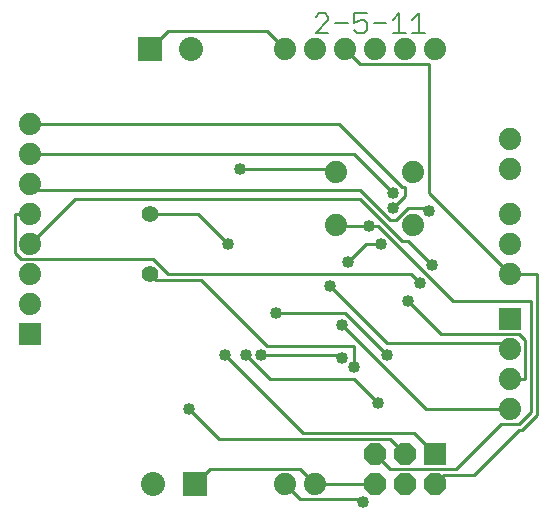
<source format=gbl>
G75*
G70*
%OFA0B0*%
%FSLAX24Y24*%
%IPPOS*%
%LPD*%
%AMOC8*
5,1,8,0,0,1.08239X$1,22.5*
%
%ADD10C,0.0060*%
%ADD11R,0.0740X0.0740*%
%ADD12OC8,0.0740*%
%ADD13C,0.0740*%
%ADD14R,0.0800X0.0800*%
%ADD15C,0.0800*%
%ADD16C,0.0560*%
%ADD17C,0.0100*%
%ADD18C,0.0400*%
D10*
X011031Y016671D02*
X011458Y017098D01*
X011458Y017205D01*
X011351Y017312D01*
X011137Y017312D01*
X011031Y017205D01*
X011031Y016671D02*
X011458Y016671D01*
X011675Y016991D02*
X012102Y016991D01*
X012320Y016991D02*
X012533Y017098D01*
X012640Y017098D01*
X012747Y016991D01*
X012747Y016778D01*
X012640Y016671D01*
X012426Y016671D01*
X012320Y016778D01*
X012320Y016991D02*
X012320Y017312D01*
X012747Y017312D01*
X012964Y016991D02*
X013391Y016991D01*
X013609Y017098D02*
X013822Y017312D01*
X013822Y016671D01*
X013609Y016671D02*
X014036Y016671D01*
X014253Y016671D02*
X014680Y016671D01*
X014467Y016671D02*
X014467Y017312D01*
X014253Y017098D01*
D11*
X017501Y007141D03*
X015001Y002641D03*
X001501Y006641D03*
D12*
X013001Y002641D03*
X014001Y002641D03*
X014001Y001641D03*
X015001Y001641D03*
X013001Y001641D03*
D13*
X011001Y001641D03*
X010001Y001641D03*
X017501Y004141D03*
X017501Y005141D03*
X017501Y006141D03*
X017501Y008641D03*
X017501Y009641D03*
X017501Y010641D03*
X017501Y012141D03*
X017501Y013141D03*
X014281Y012031D03*
X014281Y010251D03*
X011721Y010251D03*
X011721Y012031D03*
X012001Y016141D03*
X013001Y016141D03*
X014001Y016141D03*
X015001Y016141D03*
X011001Y016141D03*
X010001Y016141D03*
X001501Y013641D03*
X001501Y012641D03*
X001501Y011641D03*
X001501Y010641D03*
X001501Y009641D03*
X001501Y008641D03*
X001501Y007641D03*
D14*
X007001Y001641D03*
X005501Y016141D03*
D15*
X005623Y001641D03*
X006879Y016141D03*
D16*
X005501Y010641D03*
X005501Y008641D03*
D17*
X005701Y008441D01*
X007201Y008441D01*
X009401Y006241D01*
X012301Y006241D01*
X012301Y005541D01*
X011901Y005841D02*
X011801Y005941D01*
X009201Y005941D01*
X008701Y005941D02*
X009501Y005141D01*
X012301Y005141D01*
X013101Y004341D01*
X013501Y003141D02*
X014001Y002641D01*
X013501Y002141D02*
X015701Y002141D01*
X017201Y003641D01*
X017801Y003641D01*
X018201Y004041D01*
X018201Y007741D01*
X015601Y007741D01*
X013101Y010241D01*
X012801Y010241D01*
X011801Y010241D01*
X011721Y010251D01*
X012701Y009641D02*
X013201Y009641D01*
X012701Y009641D02*
X012101Y009041D01*
X011501Y008241D02*
X013401Y006341D01*
X017301Y006341D01*
X017501Y006141D01*
X018001Y006441D02*
X018001Y005141D01*
X017501Y005141D01*
X017501Y004141D02*
X014701Y004141D01*
X011901Y006941D01*
X012001Y007341D02*
X009701Y007341D01*
X008001Y005941D02*
X010601Y003341D01*
X014301Y003341D01*
X015001Y002641D01*
X015301Y001941D02*
X016301Y001941D01*
X017801Y003441D01*
X017901Y003441D01*
X018401Y003941D01*
X018401Y008641D01*
X017501Y008641D01*
X014801Y011341D01*
X014801Y015641D01*
X012501Y015641D01*
X012001Y016141D01*
X010001Y016141D02*
X009401Y016741D01*
X006101Y016741D01*
X005501Y016141D01*
X001501Y013641D02*
X011801Y013641D01*
X013901Y011541D01*
X014001Y011541D01*
X014001Y011241D01*
X013601Y010841D01*
X013501Y010441D02*
X013701Y010441D01*
X014101Y010841D01*
X014701Y010841D01*
X014801Y010741D01*
X014101Y009741D02*
X013901Y009741D01*
X012501Y011141D01*
X003001Y011141D01*
X001501Y009641D01*
X001001Y009341D02*
X001201Y009141D01*
X005601Y009141D01*
X006101Y008641D01*
X014201Y008641D01*
X014501Y008341D01*
X014101Y007741D02*
X015201Y006641D01*
X017801Y006641D01*
X018001Y006441D01*
X014901Y008941D02*
X014101Y009741D01*
X013501Y010441D02*
X012501Y011441D01*
X001701Y011441D01*
X001501Y011641D01*
X001501Y010641D02*
X001001Y010641D01*
X001001Y009341D01*
X001501Y012641D02*
X012301Y012641D01*
X013601Y011341D01*
X011721Y012031D02*
X011701Y012041D01*
X011601Y012141D01*
X008501Y012141D01*
X007101Y010641D02*
X005501Y010641D01*
X007101Y010641D02*
X008101Y009641D01*
X012001Y007341D02*
X013401Y005941D01*
X013501Y003141D02*
X007801Y003141D01*
X006801Y004141D01*
X007501Y002141D02*
X007001Y001641D01*
X007501Y002141D02*
X010501Y002141D01*
X011001Y001641D01*
X013001Y001641D01*
X013501Y002141D02*
X013001Y002641D01*
X012501Y001141D02*
X010501Y001141D01*
X010001Y001641D01*
X012501Y001141D02*
X012601Y001041D01*
X015001Y001641D02*
X015301Y001941D01*
D18*
X012601Y001041D03*
X013101Y004341D03*
X012301Y005541D03*
X011901Y005841D03*
X011901Y006941D03*
X011501Y008241D03*
X012101Y009041D03*
X013201Y009641D03*
X012801Y010241D03*
X013601Y010841D03*
X013601Y011341D03*
X014801Y010741D03*
X014901Y008941D03*
X014501Y008341D03*
X014101Y007741D03*
X013401Y005941D03*
X009701Y007341D03*
X009201Y005941D03*
X008701Y005941D03*
X008001Y005941D03*
X006801Y004141D03*
X008101Y009641D03*
X008501Y012141D03*
M02*

</source>
